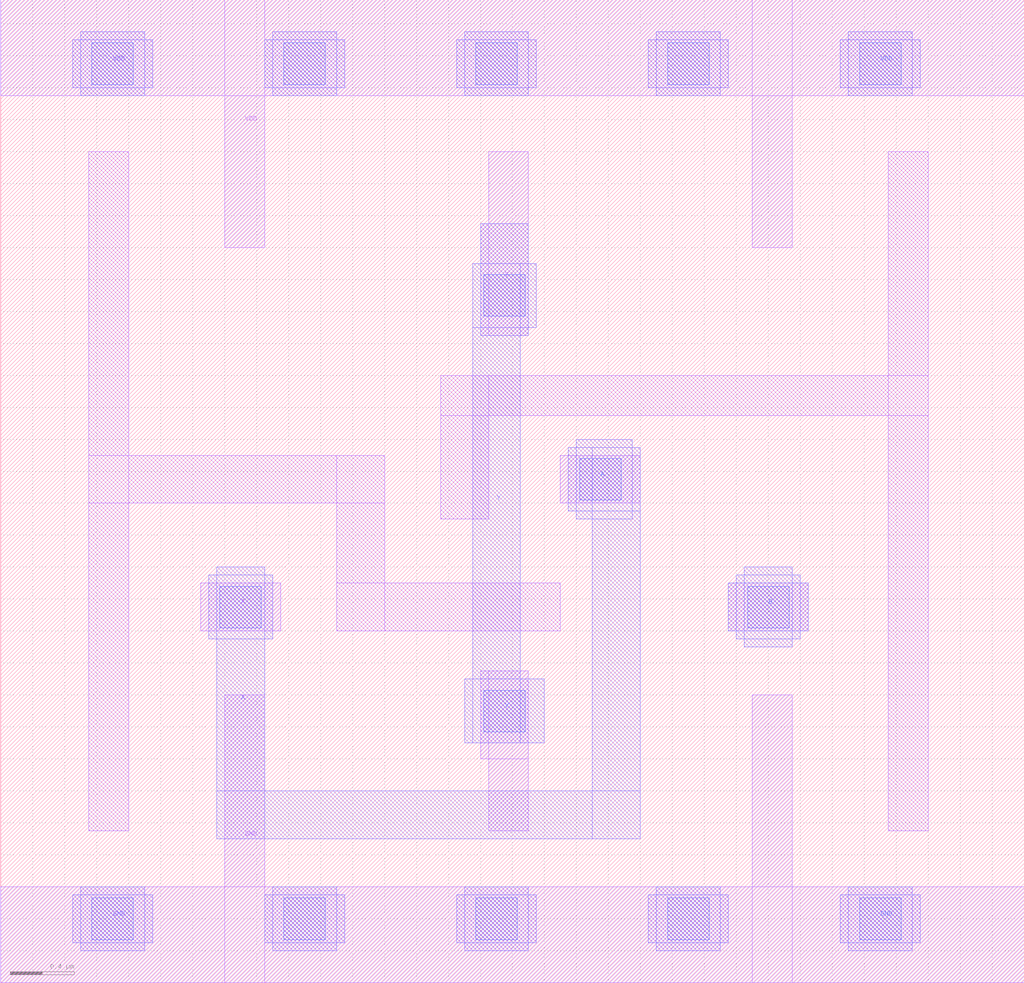
<source format=lef>
# Copyright 2022 Google LLC
# Licensed under the Apache License, Version 2.0 (the "License");
# you may not use this file except in compliance with the License.
# You may obtain a copy of the License at
#
#      http://www.apache.org/licenses/LICENSE-2.0
#
# Unless required by applicable law or agreed to in writing, software
# distributed under the License is distributed on an "AS IS" BASIS,
# WITHOUT WARRANTIES OR CONDITIONS OF ANY KIND, either express or implied.
# See the License for the specific language governing permissions and
# limitations under the License.
VERSION 5.7 ;
BUSBITCHARS "[]" ;
DIVIDERCHAR "/" ;

MACRO gf180mcu_osu_sc_9T_xnor2_1
  CLASS CORE ;
  ORIGIN 0 0 ;
  FOREIGN gf180mcu_osu_sc_9T_xnor2_1 0 0 ;
  SIZE 6.4 BY 6.15 ;
  SYMMETRY X Y ;
  SITE 9T ;
  PIN A
    DIRECTION INPUT ;
    USE SIGNAL ;
    PORT
      LAYER MET1 ;
        RECT 3.5 3 4 3.3 ;
        RECT 1.25 2.2 1.75 2.5 ;
      LAYER MET2 ;
        RECT 3.55 2.95 4 3.35 ;
        RECT 3.7 0.9 4 3.35 ;
        RECT 3.6 2.9 3.95 3.4 ;
        RECT 1.35 0.9 4 1.2 ;
        RECT 1.3 2.15 1.7 2.55 ;
        RECT 1.35 0.9 1.65 2.6 ;
      LAYER VIA12 ;
        RECT 1.37 2.22 1.63 2.48 ;
        RECT 3.62 3.02 3.88 3.28 ;
    END
  END A
  PIN B
    DIRECTION INPUT ;
    USE SIGNAL ;
    PORT
      LAYER MET1 ;
        RECT 4.55 2.2 5.05 2.5 ;
      LAYER MET2 ;
        RECT 4.55 2.2 5.05 2.5 ;
        RECT 4.6 2.15 5 2.55 ;
        RECT 4.65 2.1 4.95 2.6 ;
      LAYER VIA12 ;
        RECT 4.67 2.22 4.93 2.48 ;
    END
  END B
  PIN GND
    DIRECTION INPUT ;
    USE SIGNAL ;
    PORT
      LAYER MET1 ;
        RECT 0 0 6.4 0.6 ;
        RECT 4.7 0 4.95 1.8 ;
        RECT 1.4 0 1.65 1.8 ;
      LAYER MET2 ;
        RECT 5.25 0.25 5.75 0.55 ;
        RECT 5.3 0.2 5.7 0.6 ;
        RECT 4.05 0.25 4.55 0.55 ;
        RECT 4.1 0.2 4.5 0.6 ;
        RECT 2.85 0.25 3.35 0.55 ;
        RECT 2.9 0.2 3.3 0.6 ;
        RECT 1.65 0.25 2.15 0.55 ;
        RECT 1.7 0.2 2.1 0.6 ;
        RECT 0.45 0.25 0.95 0.55 ;
        RECT 0.5 0.2 0.9 0.6 ;
      LAYER VIA12 ;
        RECT 0.57 0.27 0.83 0.53 ;
        RECT 1.77 0.27 2.03 0.53 ;
        RECT 2.97 0.27 3.23 0.53 ;
        RECT 4.17 0.27 4.43 0.53 ;
        RECT 5.37 0.27 5.63 0.53 ;
    END
  END GND
  PIN VDD
    DIRECTION INOUT ;
    USE POWER ;
    SHAPE ABUTMENT ;
    PORT
      LAYER MET1 ;
        RECT 0 5.55 6.4 6.15 ;
        RECT 4.7 4.6 4.95 6.15 ;
        RECT 1.4 4.6 1.65 6.15 ;
      LAYER MET2 ;
        RECT 5.25 5.6 5.75 5.9 ;
        RECT 5.3 5.55 5.7 5.95 ;
        RECT 4.05 5.6 4.55 5.9 ;
        RECT 4.1 5.55 4.5 5.95 ;
        RECT 2.85 5.6 3.35 5.9 ;
        RECT 2.9 5.55 3.3 5.95 ;
        RECT 1.65 5.6 2.15 5.9 ;
        RECT 1.7 5.55 2.1 5.95 ;
        RECT 0.45 5.6 0.95 5.9 ;
        RECT 0.5 5.55 0.9 5.95 ;
      LAYER VIA12 ;
        RECT 0.57 5.62 0.83 5.88 ;
        RECT 1.77 5.62 2.03 5.88 ;
        RECT 2.97 5.62 3.23 5.88 ;
        RECT 4.17 5.62 4.43 5.88 ;
        RECT 5.37 5.62 5.63 5.88 ;
    END
  END VDD
  PIN Y
    DIRECTION OUTPUT ;
    USE SIGNAL ;
    PORT
      LAYER MET1 ;
        RECT 3 1.4 3.3 1.95 ;
        RECT 3.05 0.95 3.3 1.95 ;
        RECT 3.05 4.05 3.3 5.2 ;
        RECT 3 4.05 3.3 4.75 ;
      LAYER MET2 ;
        RECT 2.9 1.5 3.4 1.9 ;
        RECT 2.95 4.1 3.35 4.5 ;
        RECT 3 4.05 3.3 4.75 ;
        RECT 2.95 1.5 3.25 4.5 ;
      LAYER VIA12 ;
        RECT 3.02 4.17 3.28 4.43 ;
        RECT 3.02 1.57 3.28 1.83 ;
    END
  END Y
  OBS
    LAYER MET1 ;
      RECT 5.55 0.95 5.8 5.2 ;
      RECT 2.75 3.55 5.8 3.8 ;
      RECT 2.75 2.9 3.05 3.8 ;
      RECT 0.55 0.95 0.8 5.2 ;
      RECT 0.55 3 2.4 3.3 ;
      RECT 2.1 2.2 2.4 3.3 ;
      RECT 2.1 2.2 3.5 2.5 ;
  END
END gf180mcu_osu_sc_9T_xnor2_1

</source>
